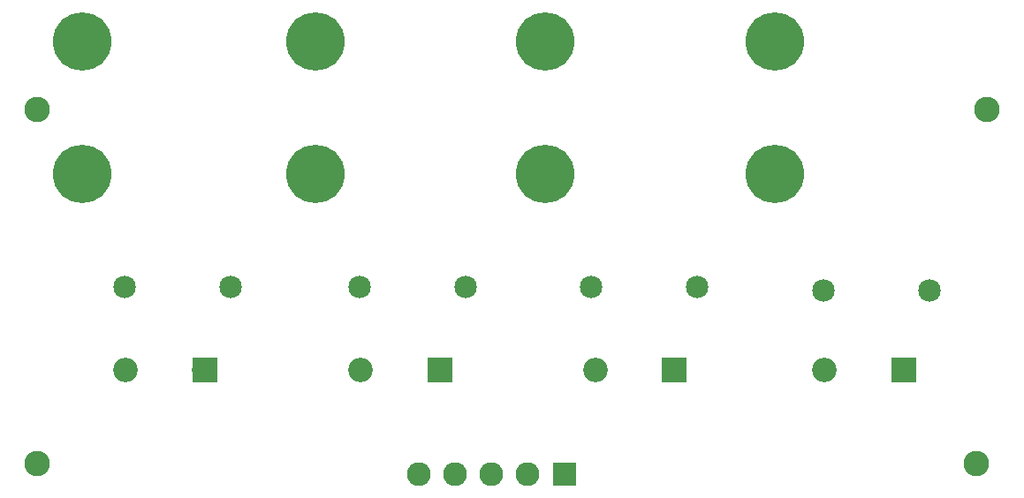
<source format=gbs>
G04 MADE WITH FRITZING*
G04 WWW.FRITZING.ORG*
G04 DOUBLE SIDED*
G04 HOLES PLATED*
G04 CONTOUR ON CENTER OF CONTOUR VECTOR*
%ASAXBY*%
%FSLAX23Y23*%
%MOIN*%
%OFA0B0*%
%SFA1.0B1.0*%
%ADD10C,0.220418*%
%ADD11C,0.090000*%
%ADD12C,0.085000*%
%ADD13C,0.092000*%
%ADD14C,0.096614*%
%ADD15R,0.090000X0.090000*%
%ADD16R,0.092000X0.092000*%
%LNMASK0*%
G90*
G70*
G54D10*
X1168Y1256D03*
X1168Y1756D03*
X2034Y1256D03*
X2034Y1756D03*
X2900Y1256D03*
X2900Y1756D03*
G54D11*
X2107Y121D03*
X1969Y121D03*
X1832Y121D03*
X1694Y121D03*
X1556Y121D03*
G54D12*
X446Y829D03*
X846Y829D03*
X1335Y829D03*
X1735Y829D03*
X2206Y829D03*
X2606Y829D03*
X3084Y814D03*
X3484Y814D03*
G54D13*
X749Y514D03*
X451Y514D03*
X1637Y514D03*
X1339Y514D03*
X3387Y514D03*
X3089Y514D03*
X2521Y514D03*
X2223Y514D03*
G54D14*
X3702Y1499D03*
X118Y1499D03*
X118Y160D03*
X3662Y160D03*
G54D10*
X288Y1256D03*
X288Y1756D03*
G54D15*
X2107Y121D03*
G54D16*
X750Y514D03*
X1638Y514D03*
X3388Y514D03*
X2522Y514D03*
G04 End of Mask0*
M02*
</source>
